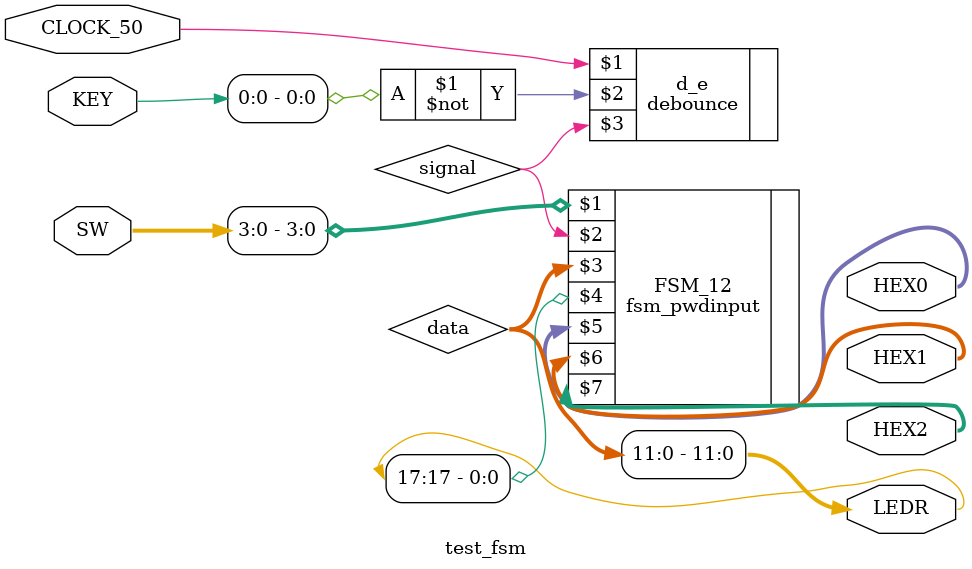
<source format=v>
module test_fsm (LEDR, SW, HEX0, HEX1, HEX2, KEY, CLOCK_50);
	
	input [17:0] SW;
	input [3:0] KEY;
	
	input CLOCK_50;
	
	output [17:0] LEDR;
		
	output [6:0] HEX0, HEX1, HEX2;
	
	wire [11:0] data;
	
	wire signal;
	
	fsm_pwdinput FSM_12 (SW[3:0], signal ,data, LEDR[17], HEX0, HEX1, HEX2);
	
	debounce d_e (CLOCK_50, (~KEY[0]), signal);
	
	assign LEDR[11:0] = data;
	
	
endmodule 
</source>
